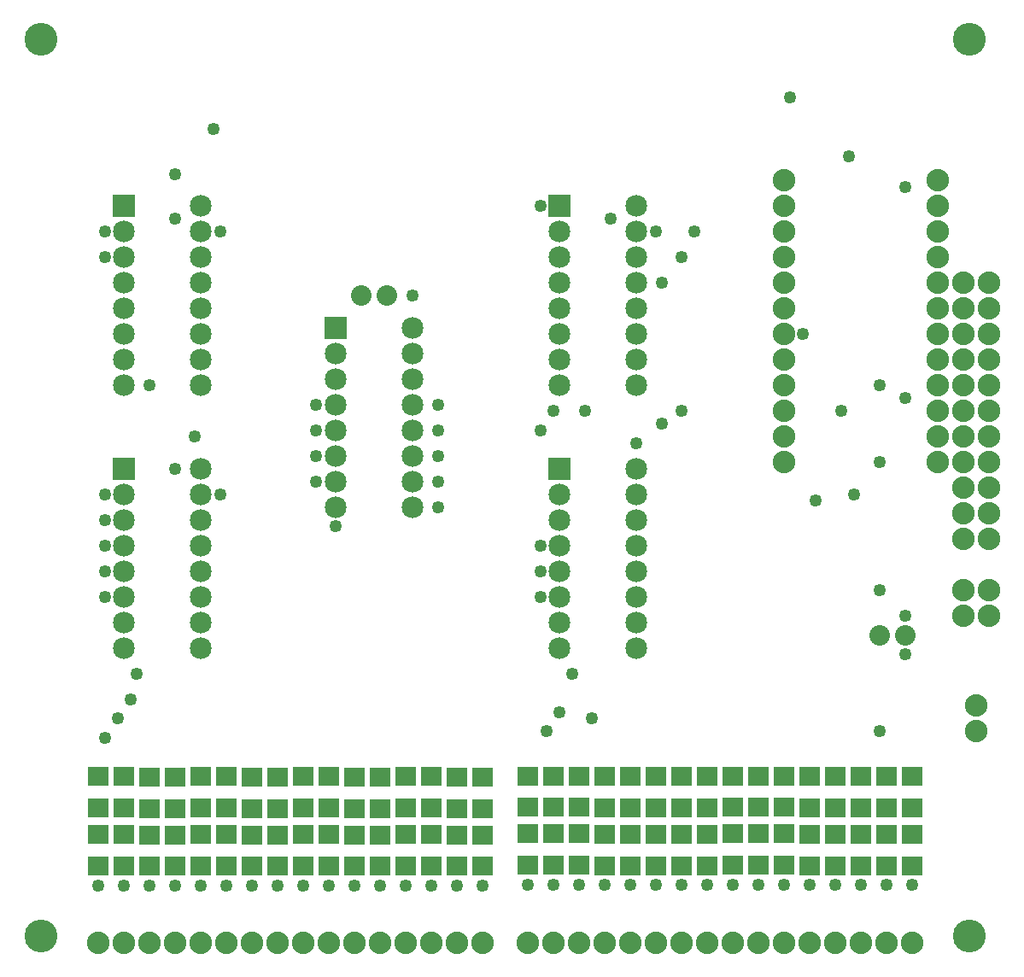
<source format=gts>
G04 MADE WITH FRITZING*
G04 WWW.FRITZING.ORG*
G04 DOUBLE SIDED*
G04 HOLES PLATED*
G04 CONTOUR ON CENTER OF CONTOUR VECTOR*
%ASAXBY*%
%FSLAX23Y23*%
%MOIN*%
%OFA0B0*%
%SFA1.0B1.0*%
%ADD10C,0.088000*%
%ADD11C,0.080000*%
%ADD12C,0.049370*%
%ADD13C,0.128110*%
%ADD14C,0.085000*%
%ADD15R,0.084803X0.072992*%
%ADD16R,0.085000X0.085000*%
%LNMASK1*%
G90*
G70*
G54D10*
X3797Y1047D03*
X3797Y947D03*
G54D11*
X1397Y2647D03*
X1497Y2647D03*
G54D12*
X2097Y1572D03*
X2097Y1472D03*
X2297Y997D03*
X2172Y1022D03*
X397Y1672D03*
X397Y1572D03*
X397Y1472D03*
X397Y922D03*
X447Y997D03*
X497Y1072D03*
X1297Y1747D03*
X2122Y947D03*
X2097Y1672D03*
X3272Y2197D03*
X3322Y1872D03*
X3122Y2497D03*
X3172Y1847D03*
X3522Y3072D03*
X3072Y3422D03*
X3302Y3189D03*
X3522Y1247D03*
G54D10*
X3647Y3097D03*
X3647Y2997D03*
X3647Y2897D03*
X3647Y2797D03*
X3647Y2697D03*
X3647Y2597D03*
X3647Y2497D03*
X3647Y2397D03*
X3647Y2297D03*
X3647Y2197D03*
X3647Y2097D03*
X3647Y1997D03*
X3047Y3097D03*
X3047Y2997D03*
X3047Y2897D03*
X3047Y2797D03*
X3047Y2697D03*
X3047Y2597D03*
X3047Y2497D03*
X3047Y2397D03*
X3047Y2297D03*
X3047Y2197D03*
X3047Y2097D03*
X3047Y1997D03*
G54D12*
X2047Y347D03*
X2147Y347D03*
X2247Y347D03*
X2347Y347D03*
X2447Y347D03*
X2547Y347D03*
X2647Y347D03*
X2747Y347D03*
X2847Y347D03*
X2947Y347D03*
X3047Y347D03*
X3147Y347D03*
X3247Y347D03*
X3347Y347D03*
X3447Y347D03*
X3547Y347D03*
X3422Y947D03*
X372Y344D03*
X472Y344D03*
X572Y344D03*
X672Y344D03*
X772Y344D03*
X872Y344D03*
X972Y344D03*
X1072Y344D03*
X1172Y344D03*
X1272Y344D03*
X1372Y344D03*
X1472Y344D03*
X1572Y344D03*
X1672Y344D03*
X1772Y344D03*
X1872Y344D03*
G54D13*
X147Y147D03*
X147Y3647D03*
X3772Y3647D03*
X3772Y147D03*
G54D11*
X3422Y1322D03*
X3522Y1322D03*
G54D14*
X2172Y1972D03*
X2472Y1972D03*
X2172Y1872D03*
X2472Y1872D03*
X2172Y1772D03*
X2472Y1772D03*
X2172Y1672D03*
X2472Y1672D03*
X2172Y1572D03*
X2472Y1572D03*
X2172Y1472D03*
X2472Y1472D03*
X2172Y1372D03*
X2472Y1372D03*
X2172Y1272D03*
X2472Y1272D03*
X2172Y2997D03*
X2472Y2997D03*
X2172Y2897D03*
X2472Y2897D03*
X2172Y2797D03*
X2472Y2797D03*
X2172Y2697D03*
X2472Y2697D03*
X2172Y2597D03*
X2472Y2597D03*
X2172Y2497D03*
X2472Y2497D03*
X2172Y2397D03*
X2472Y2397D03*
X2172Y2297D03*
X2472Y2297D03*
X1298Y2522D03*
X1598Y2522D03*
X1298Y2422D03*
X1598Y2422D03*
X1298Y2322D03*
X1598Y2322D03*
X1298Y2222D03*
X1598Y2222D03*
X1298Y2122D03*
X1598Y2122D03*
X1298Y2022D03*
X1598Y2022D03*
X1298Y1922D03*
X1598Y1922D03*
X1298Y1822D03*
X1598Y1822D03*
X472Y1972D03*
X772Y1972D03*
X472Y1872D03*
X772Y1872D03*
X472Y1772D03*
X772Y1772D03*
X472Y1672D03*
X772Y1672D03*
X472Y1572D03*
X772Y1572D03*
X472Y1472D03*
X772Y1472D03*
X472Y1372D03*
X772Y1372D03*
X472Y1272D03*
X772Y1272D03*
X472Y2997D03*
X772Y2997D03*
X472Y2897D03*
X772Y2897D03*
X472Y2797D03*
X772Y2797D03*
X472Y2697D03*
X772Y2697D03*
X472Y2597D03*
X772Y2597D03*
X472Y2497D03*
X772Y2497D03*
X472Y2397D03*
X772Y2397D03*
X472Y2297D03*
X772Y2297D03*
G54D10*
X2447Y122D03*
X2547Y122D03*
X2647Y122D03*
X2747Y122D03*
X3147Y122D03*
X3047Y122D03*
X2947Y122D03*
X2847Y122D03*
X2047Y122D03*
X2147Y122D03*
X2247Y122D03*
X2347Y122D03*
X1472Y122D03*
X1372Y122D03*
X1272Y122D03*
X1172Y122D03*
X772Y122D03*
X872Y122D03*
X972Y122D03*
X1072Y122D03*
X372Y122D03*
X472Y122D03*
X572Y122D03*
X672Y122D03*
X3547Y122D03*
X3447Y122D03*
X3347Y122D03*
X3247Y122D03*
X1872Y122D03*
X1772Y122D03*
X1672Y122D03*
X1572Y122D03*
G54D12*
X2647Y2797D03*
X2647Y2197D03*
X2572Y2147D03*
X2572Y2697D03*
X2147Y2197D03*
G54D10*
X3847Y2697D03*
X3847Y2597D03*
X3847Y2497D03*
X3847Y2397D03*
X3847Y2297D03*
X3847Y2197D03*
X3847Y2097D03*
X3847Y1997D03*
X3847Y1897D03*
X3847Y1797D03*
X3847Y1697D03*
X3747Y2697D03*
X3747Y2597D03*
X3747Y2497D03*
X3747Y2397D03*
X3747Y2297D03*
X3747Y2197D03*
X3747Y2097D03*
X3747Y1997D03*
X3747Y1897D03*
X3747Y1797D03*
X3747Y1697D03*
G54D12*
X397Y1872D03*
X397Y2797D03*
X397Y2897D03*
X397Y1772D03*
X1222Y1922D03*
X847Y1872D03*
X1222Y2022D03*
X747Y2097D03*
X1222Y2222D03*
X672Y3122D03*
X1222Y2122D03*
X847Y2897D03*
X2097Y2122D03*
X1697Y1822D03*
X1697Y1922D03*
X1697Y2022D03*
X1697Y2122D03*
X1697Y2222D03*
X2097Y2997D03*
X2547Y2897D03*
X2697Y2897D03*
G54D10*
X3847Y1497D03*
X3847Y1397D03*
X3747Y1497D03*
X3747Y1397D03*
G54D12*
X522Y1172D03*
X2222Y1172D03*
X3522Y1397D03*
X3522Y2247D03*
X3422Y1997D03*
X3422Y2297D03*
X3422Y1497D03*
X2272Y2197D03*
X572Y2297D03*
X2472Y2072D03*
X2372Y2947D03*
X1597Y2647D03*
X822Y3297D03*
X672Y1972D03*
X672Y2947D03*
G54D15*
X372Y422D03*
X372Y544D03*
X472Y422D03*
X472Y544D03*
X672Y419D03*
X672Y541D03*
X572Y419D03*
X572Y541D03*
X772Y422D03*
X772Y544D03*
X872Y422D03*
X872Y544D03*
X972Y419D03*
X972Y541D03*
X1072Y419D03*
X1072Y541D03*
X1172Y422D03*
X1172Y544D03*
X1272Y422D03*
X1272Y544D03*
X1372Y419D03*
X1372Y541D03*
X1472Y419D03*
X1472Y541D03*
X1672Y422D03*
X1672Y544D03*
X1572Y422D03*
X1572Y544D03*
X1772Y419D03*
X1772Y541D03*
X1872Y419D03*
X1872Y541D03*
X2047Y425D03*
X2047Y547D03*
X2147Y425D03*
X2147Y547D03*
X2247Y425D03*
X2247Y547D03*
X2347Y422D03*
X2347Y544D03*
X2447Y422D03*
X2447Y544D03*
X2547Y422D03*
X2547Y544D03*
X2647Y422D03*
X2647Y544D03*
X2747Y422D03*
X2747Y544D03*
X2847Y425D03*
X2847Y547D03*
X2947Y425D03*
X2947Y547D03*
X3047Y425D03*
X3047Y547D03*
X3147Y422D03*
X3147Y544D03*
X3247Y422D03*
X3247Y544D03*
X3347Y422D03*
X3347Y544D03*
X3447Y422D03*
X3447Y544D03*
X3547Y422D03*
X3547Y544D03*
X372Y647D03*
X372Y769D03*
X472Y647D03*
X472Y769D03*
X572Y644D03*
X572Y766D03*
X672Y644D03*
X672Y766D03*
X872Y647D03*
X872Y769D03*
X772Y647D03*
X772Y769D03*
X972Y644D03*
X972Y766D03*
X1072Y644D03*
X1072Y766D03*
X1172Y647D03*
X1172Y769D03*
X1272Y647D03*
X1272Y769D03*
X1472Y644D03*
X1472Y766D03*
X1372Y644D03*
X1372Y766D03*
X1672Y647D03*
X1672Y769D03*
X1572Y647D03*
X1572Y769D03*
X1772Y644D03*
X1772Y766D03*
X1872Y644D03*
X1872Y766D03*
X2047Y650D03*
X2047Y772D03*
X2147Y650D03*
X2147Y772D03*
X2247Y650D03*
X2247Y772D03*
X2347Y647D03*
X2347Y769D03*
X2447Y647D03*
X2447Y769D03*
X2547Y647D03*
X2547Y769D03*
X2647Y647D03*
X2647Y769D03*
X2747Y647D03*
X2747Y769D03*
X2847Y650D03*
X2847Y772D03*
X2947Y650D03*
X2947Y772D03*
X3047Y650D03*
X3047Y772D03*
X3147Y647D03*
X3147Y769D03*
X3247Y647D03*
X3247Y769D03*
X3347Y647D03*
X3347Y769D03*
X3447Y647D03*
X3447Y769D03*
X3547Y647D03*
X3547Y769D03*
G54D16*
X2172Y1972D03*
X2172Y2997D03*
X1298Y2522D03*
X472Y1972D03*
X472Y2997D03*
G04 End of Mask1*
M02*
</source>
